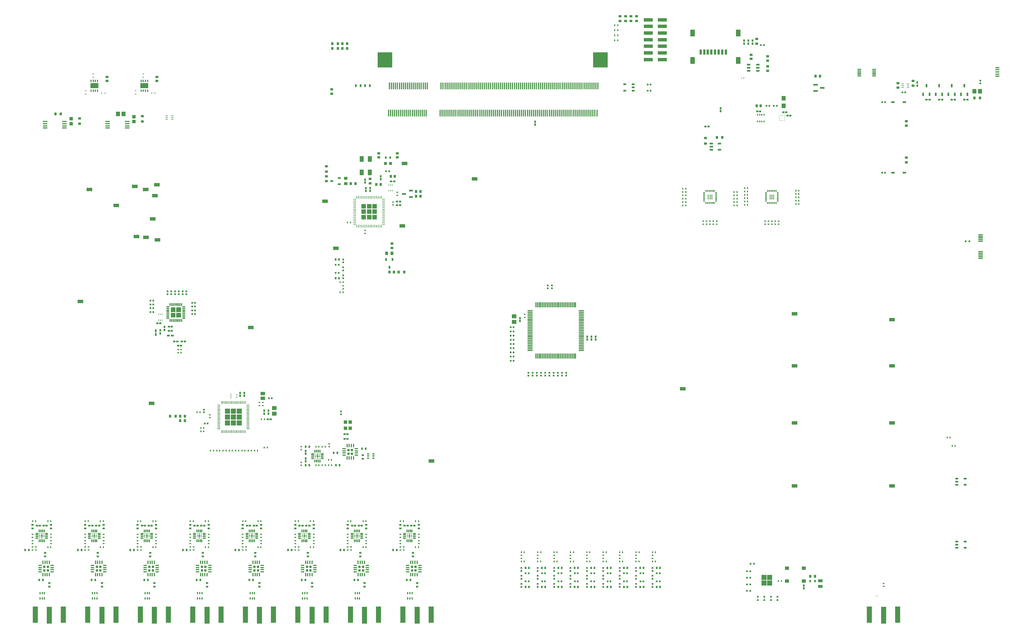
<source format=gbr>
%TF.GenerationSoftware,Altium Limited,Altium Designer,22.6.1 (34)*%
G04 Layer_Color=8421504*
%FSLAX26Y26*%
%MOIN*%
%TF.SameCoordinates,08F94D22-2ED8-4738-ABBF-34BB79D8E07D*%
%TF.FilePolarity,Positive*%
%TF.FileFunction,Paste,Top*%
%TF.Part,Single*%
G01*
G75*
%TA.AperFunction,SMDPad,CuDef*%
%ADD14R,0.012000X0.032000*%
%ADD15R,0.032000X0.012000*%
%ADD16R,0.020000X0.022000*%
%ADD17R,0.014000X0.079000*%
%ADD18R,0.070866X0.039370*%
%ADD19R,0.035433X0.027559*%
%ADD20R,0.017716X0.021654*%
%ADD21R,0.025984X0.024409*%
%ADD22R,0.009842X0.010827*%
%ADD23R,0.010827X0.009842*%
%ADD24R,0.045276X0.057087*%
%ADD25R,0.013780X0.019685*%
%ADD26R,0.023228X0.024409*%
%ADD27R,0.029528X0.035433*%
%ADD28R,0.019685X0.019685*%
%ADD29R,0.021654X0.017716*%
%ADD30R,0.022835X0.025984*%
%ADD31R,0.047244X0.039370*%
%ADD32R,0.022000X0.020000*%
%ADD36R,0.024409X0.025984*%
%ADD37R,0.027559X0.035433*%
%ADD38R,0.023622X0.031496*%
%ADD39R,0.054724X0.035827*%
%ADD40R,0.020472X0.020472*%
%ADD41R,0.055118X0.045276*%
%ADD42R,0.018601X0.010727*%
%ADD43R,0.052000X0.023000*%
%ADD44R,0.049213X0.068898*%
%ADD45R,0.037402X0.031496*%
%ADD46O,0.053150X0.011811*%
%ADD48R,0.020472X0.028346*%
%ADD49R,0.011811X0.027559*%
G04:AMPARAMS|DCode=50|XSize=21.654mil|YSize=31.496mil|CornerRadius=1.949mil|HoleSize=0mil|Usage=FLASHONLY|Rotation=90.000|XOffset=0mil|YOffset=0mil|HoleType=Round|Shape=RoundedRectangle|*
%AMROUNDEDRECTD50*
21,1,0.021654,0.027599,0,0,90.0*
21,1,0.017756,0.031496,0,0,90.0*
1,1,0.003898,0.013799,0.008878*
1,1,0.003898,0.013799,-0.008878*
1,1,0.003898,-0.013799,-0.008878*
1,1,0.003898,-0.013799,0.008878*
%
%ADD50ROUNDEDRECTD50*%
G04:AMPARAMS|DCode=51|XSize=7.874mil|YSize=17.716mil|CornerRadius=1.968mil|HoleSize=0mil|Usage=FLASHONLY|Rotation=0.000|XOffset=0mil|YOffset=0mil|HoleType=Round|Shape=RoundedRectangle|*
%AMROUNDEDRECTD51*
21,1,0.007874,0.013780,0,0,0.0*
21,1,0.003937,0.017716,0,0,0.0*
1,1,0.003937,0.001968,-0.006890*
1,1,0.003937,-0.001968,-0.006890*
1,1,0.003937,-0.001968,0.006890*
1,1,0.003937,0.001968,0.006890*
%
%ADD51ROUNDEDRECTD51*%
%ADD52R,0.023622X0.021654*%
%ADD54R,0.039559X0.015354*%
%ADD55R,0.015354X0.039559*%
%TA.AperFunction,ConnectorPad*%
%ADD56R,0.059055X0.204724*%
%ADD57R,0.062992X0.192913*%
%TA.AperFunction,SMDPad,CuDef*%
%ADD58R,0.028346X0.020472*%
%ADD60R,0.019685X0.013780*%
%ADD62O,0.035433X0.007874*%
%ADD63O,0.007874X0.035433*%
%ADD64R,0.059055X0.011811*%
%ADD65R,0.011811X0.059055*%
%ADD66R,0.021654X0.023622*%
%ADD67R,0.023622X0.041339*%
%ADD68R,0.035433X0.029528*%
%ADD70O,0.035433X0.009842*%
%ADD71O,0.009842X0.035433*%
%ADD72R,0.049213X0.023622*%
%ADD73R,0.026000X0.009000*%
%ADD74R,0.092520X0.062205*%
%ADD75R,0.013780X0.027559*%
%ADD76R,0.031496X0.037402*%
%ADD77R,0.010727X0.018601*%
%ADD78R,0.051181X0.017716*%
%ADD79R,0.055118X0.011811*%
%ADD80R,0.043307X0.023622*%
%ADD83R,0.024409X0.023228*%
%ADD84R,0.027559X0.011811*%
%ADD85R,0.043307X0.039370*%
%ADD86R,0.021654X0.037402*%
%ADD87R,0.038500X0.022000*%
%ADD88R,0.010630X0.009842*%
%ADD89R,0.177000X0.181000*%
%ADD90R,0.023622X0.023622*%
%ADD91R,0.023622X0.025591*%
%ADD92R,0.108268X0.039370*%
%ADD93R,0.031496X0.059055*%
%ADD94R,0.057087X0.078740*%
%ADD95R,0.009842X0.019685*%
%ADD96R,0.009842X0.005906*%
%ADD97R,0.039370X0.041339*%
%ADD98R,0.055118X0.017716*%
%ADD99R,0.045276X0.055118*%
%ADD100R,0.043748X0.023654*%
%ADD101R,0.053394X0.041521*%
G04:AMPARAMS|DCode=102|XSize=7.874mil|YSize=17.716mil|CornerRadius=1.968mil|HoleSize=0mil|Usage=FLASHONLY|Rotation=90.000|XOffset=0mil|YOffset=0mil|HoleType=Round|Shape=RoundedRectangle|*
%AMROUNDEDRECTD102*
21,1,0.007874,0.013780,0,0,90.0*
21,1,0.003937,0.017716,0,0,90.0*
1,1,0.003937,0.006890,0.001968*
1,1,0.003937,0.006890,-0.001968*
1,1,0.003937,-0.006890,-0.001968*
1,1,0.003937,-0.006890,0.001968*
%
%ADD102ROUNDEDRECTD102*%
%ADD103R,0.029528X0.037008*%
%ADD104R,0.039370X0.035433*%
%ADD105R,0.035433X0.039370*%
%ADD106R,0.037402X0.023622*%
%ADD107R,0.023622X0.037402*%
%ADD108R,0.033465X0.035433*%
%ADD109R,0.037402X0.021654*%
%ADD110R,0.021654X0.037402*%
%TA.AperFunction,NonConductor*%
%ADD338R,0.029528X0.029528*%
%ADD339R,0.017716X0.017716*%
%ADD340R,0.017716X0.017716*%
%ADD341R,0.058661X0.058661*%
%ADD342R,0.052362X0.052362*%
%TA.AperFunction,SMDPad,CuDef*%
%ADD343R,0.001000X0.001000*%
%TA.AperFunction,SMDPad,SMDef*%
%ADD344R,0.001000X0.001000*%
%ADD345R,0.001000X0.001000*%
G36*
X2540063Y3718937D02*
X2483937D01*
Y3775063D01*
X2540063D01*
Y3718937D01*
D02*
G37*
G36*
X2476063D02*
X2419937D01*
Y3775063D01*
X2476063D01*
Y3718937D01*
D02*
G37*
G36*
X2540063Y3654937D02*
X2483937D01*
Y3711063D01*
X2540063D01*
Y3654937D01*
D02*
G37*
G36*
X2476063D02*
X2419937D01*
Y3711063D01*
X2476063D01*
Y3654937D01*
D02*
G37*
G36*
X4194550Y2024437D02*
X4190005D01*
X4184437Y2030005D01*
Y2034550D01*
X4194550D01*
Y2024437D01*
D02*
G37*
G36*
X4176563Y2030005D02*
X4170995Y2024437D01*
X4159005D01*
X4153437Y2030005D01*
Y2034550D01*
X4176563D01*
Y2030005D01*
D02*
G37*
G36*
X4145563D02*
X4139995Y2024437D01*
X4135450D01*
Y2034550D01*
X4145563D01*
Y2030005D01*
D02*
G37*
G36*
X4194550Y1993437D02*
X4190005D01*
X4184437Y1999005D01*
Y2010995D01*
X4190005Y2016563D01*
X4194550D01*
Y1993437D01*
D02*
G37*
G36*
X4176563Y2010995D02*
Y1999005D01*
X4170995Y1993437D01*
X4159005D01*
X4153437Y1999005D01*
Y2010995D01*
X4159005Y2016563D01*
X4170995D01*
X4176563Y2010995D01*
D02*
G37*
G36*
X4145563D02*
Y1999005D01*
X4139995Y1993437D01*
X4135450D01*
Y2016563D01*
X4139995D01*
X4145563Y2010995D01*
D02*
G37*
G36*
X4194550Y1975450D02*
X4184437D01*
Y1979995D01*
X4190005Y1985563D01*
X4194550D01*
Y1975450D01*
D02*
G37*
G36*
X4176563Y1979995D02*
Y1975450D01*
X4153437D01*
Y1979995D01*
X4159005Y1985563D01*
X4170995D01*
X4176563Y1979995D01*
D02*
G37*
G36*
X4145563D02*
Y1975450D01*
X4135450D01*
Y1985563D01*
X4139995D01*
X4145563Y1979995D01*
D02*
G37*
G36*
X5289550Y1074437D02*
X5285005D01*
X5279437Y1080005D01*
Y1084550D01*
X5289550D01*
Y1074437D01*
D02*
G37*
G36*
X5271563Y1080005D02*
X5265995Y1074437D01*
X5254005D01*
X5248437Y1080005D01*
Y1084550D01*
X5271563D01*
Y1080005D01*
D02*
G37*
G36*
X5240563D02*
X5234995Y1074437D01*
X5230450D01*
Y1084550D01*
X5240563D01*
Y1080005D01*
D02*
G37*
G36*
X4664550Y1074437D02*
X4660005D01*
X4654437Y1080005D01*
Y1084550D01*
X4664550D01*
Y1074437D01*
D02*
G37*
G36*
X4646563Y1080005D02*
X4640995Y1074437D01*
X4629005D01*
X4623437Y1080005D01*
Y1084550D01*
X4646563D01*
Y1080005D01*
D02*
G37*
G36*
X4615563D02*
X4609995Y1074437D01*
X4605450D01*
Y1084550D01*
X4615563D01*
Y1080005D01*
D02*
G37*
G36*
X4039550Y1074437D02*
X4035005D01*
X4029437Y1080005D01*
Y1084550D01*
X4039550D01*
Y1074437D01*
D02*
G37*
G36*
X4021563Y1080005D02*
X4015995Y1074437D01*
X4004005D01*
X3998437Y1080005D01*
Y1084550D01*
X4021563D01*
Y1080005D01*
D02*
G37*
G36*
X3990563D02*
X3984995Y1074437D01*
X3980450D01*
Y1084550D01*
X3990563D01*
Y1080005D01*
D02*
G37*
G36*
X3414550Y1074437D02*
X3410005D01*
X3404437Y1080005D01*
Y1084550D01*
X3414550D01*
Y1074437D01*
D02*
G37*
G36*
X3396563Y1080005D02*
X3390995Y1074437D01*
X3379005D01*
X3373437Y1080005D01*
Y1084550D01*
X3396563D01*
Y1080005D01*
D02*
G37*
G36*
X3365563D02*
X3359995Y1074437D01*
X3355450D01*
Y1084550D01*
X3365563D01*
Y1080005D01*
D02*
G37*
G36*
X2789550Y1074437D02*
X2785005D01*
X2779437Y1080005D01*
Y1084550D01*
X2789550D01*
Y1074437D01*
D02*
G37*
G36*
X2771563Y1080005D02*
X2765995Y1074437D01*
X2754005D01*
X2748437Y1080005D01*
Y1084550D01*
X2771563D01*
Y1080005D01*
D02*
G37*
G36*
X2740563D02*
X2734995Y1074437D01*
X2730450D01*
Y1084550D01*
X2740563D01*
Y1080005D01*
D02*
G37*
G36*
X2164550Y1074437D02*
X2160005D01*
X2154437Y1080005D01*
Y1084550D01*
X2164550D01*
Y1074437D01*
D02*
G37*
G36*
X2146563Y1080005D02*
X2140995Y1074437D01*
X2129005D01*
X2123437Y1080005D01*
Y1084550D01*
X2146563D01*
Y1080005D01*
D02*
G37*
G36*
X2115563D02*
X2109995Y1074437D01*
X2105450D01*
Y1084550D01*
X2115563D01*
Y1080005D01*
D02*
G37*
G36*
X1539550Y1074437D02*
X1535005D01*
X1529437Y1080005D01*
Y1084550D01*
X1539550D01*
Y1074437D01*
D02*
G37*
G36*
X1521563Y1080005D02*
X1515995Y1074437D01*
X1504005D01*
X1498437Y1080005D01*
Y1084550D01*
X1521563D01*
Y1080005D01*
D02*
G37*
G36*
X1490563D02*
X1484995Y1074437D01*
X1480450D01*
Y1084550D01*
X1490563D01*
Y1080005D01*
D02*
G37*
G36*
X914550Y1074437D02*
X910005D01*
X904437Y1080005D01*
Y1084550D01*
X914550D01*
Y1074437D01*
D02*
G37*
G36*
X896563Y1080005D02*
X890995Y1074437D01*
X879005D01*
X873437Y1080005D01*
Y1084550D01*
X896563D01*
Y1080005D01*
D02*
G37*
G36*
X865563D02*
X859995Y1074437D01*
X855450D01*
Y1084550D01*
X865563D01*
Y1080005D01*
D02*
G37*
G36*
X5289550Y1043437D02*
X5285005D01*
X5279437Y1049005D01*
Y1060995D01*
X5285005Y1066563D01*
X5289550D01*
Y1043437D01*
D02*
G37*
G36*
X5271563Y1060995D02*
Y1049005D01*
X5265995Y1043437D01*
X5254005D01*
X5248437Y1049005D01*
Y1060995D01*
X5254005Y1066563D01*
X5265995D01*
X5271563Y1060995D01*
D02*
G37*
G36*
X5240563D02*
Y1049005D01*
X5234995Y1043437D01*
X5230450D01*
Y1066563D01*
X5234995D01*
X5240563Y1060995D01*
D02*
G37*
G36*
X4664550Y1043437D02*
X4660005D01*
X4654437Y1049005D01*
Y1060995D01*
X4660005Y1066563D01*
X4664550D01*
Y1043437D01*
D02*
G37*
G36*
X4646563Y1060995D02*
Y1049005D01*
X4640995Y1043437D01*
X4629005D01*
X4623437Y1049005D01*
Y1060995D01*
X4629005Y1066563D01*
X4640995D01*
X4646563Y1060995D01*
D02*
G37*
G36*
X4615563D02*
Y1049005D01*
X4609995Y1043437D01*
X4605450D01*
Y1066563D01*
X4609995D01*
X4615563Y1060995D01*
D02*
G37*
G36*
X4039550Y1043437D02*
X4035005D01*
X4029437Y1049005D01*
Y1060995D01*
X4035005Y1066563D01*
X4039550D01*
Y1043437D01*
D02*
G37*
G36*
X4021563Y1060995D02*
Y1049005D01*
X4015995Y1043437D01*
X4004005D01*
X3998437Y1049005D01*
Y1060995D01*
X4004005Y1066563D01*
X4015995D01*
X4021563Y1060995D01*
D02*
G37*
G36*
X3990563D02*
Y1049005D01*
X3984995Y1043437D01*
X3980450D01*
Y1066563D01*
X3984995D01*
X3990563Y1060995D01*
D02*
G37*
G36*
X3414550Y1043437D02*
X3410005D01*
X3404437Y1049005D01*
Y1060995D01*
X3410005Y1066563D01*
X3414550D01*
Y1043437D01*
D02*
G37*
G36*
X3396563Y1060995D02*
Y1049005D01*
X3390995Y1043437D01*
X3379005D01*
X3373437Y1049005D01*
Y1060995D01*
X3379005Y1066563D01*
X3390995D01*
X3396563Y1060995D01*
D02*
G37*
G36*
X3365563D02*
Y1049005D01*
X3359995Y1043437D01*
X3355450D01*
Y1066563D01*
X3359995D01*
X3365563Y1060995D01*
D02*
G37*
G36*
X2789550Y1043437D02*
X2785005D01*
X2779437Y1049005D01*
Y1060995D01*
X2785005Y1066563D01*
X2789550D01*
Y1043437D01*
D02*
G37*
G36*
X2771563Y1060995D02*
Y1049005D01*
X2765995Y1043437D01*
X2754005D01*
X2748437Y1049005D01*
Y1060995D01*
X2754005Y1066563D01*
X2765995D01*
X2771563Y1060995D01*
D02*
G37*
G36*
X2740563D02*
Y1049005D01*
X2734995Y1043437D01*
X2730450D01*
Y1066563D01*
X2734995D01*
X2740563Y1060995D01*
D02*
G37*
G36*
X2164550Y1043437D02*
X2160005D01*
X2154437Y1049005D01*
Y1060995D01*
X2160005Y1066563D01*
X2164550D01*
Y1043437D01*
D02*
G37*
G36*
X2146563Y1060995D02*
Y1049005D01*
X2140995Y1043437D01*
X2129005D01*
X2123437Y1049005D01*
Y1060995D01*
X2129005Y1066563D01*
X2140995D01*
X2146563Y1060995D01*
D02*
G37*
G36*
X2115563D02*
Y1049005D01*
X2109995Y1043437D01*
X2105450D01*
Y1066563D01*
X2109995D01*
X2115563Y1060995D01*
D02*
G37*
G36*
X1539550Y1043437D02*
X1535005D01*
X1529437Y1049005D01*
Y1060995D01*
X1535005Y1066563D01*
X1539550D01*
Y1043437D01*
D02*
G37*
G36*
X1521563Y1060995D02*
Y1049005D01*
X1515995Y1043437D01*
X1504005D01*
X1498437Y1049005D01*
Y1060995D01*
X1504005Y1066563D01*
X1515995D01*
X1521563Y1060995D01*
D02*
G37*
G36*
X1490563D02*
Y1049005D01*
X1484995Y1043437D01*
X1480450D01*
Y1066563D01*
X1484995D01*
X1490563Y1060995D01*
D02*
G37*
G36*
X914550Y1043437D02*
X910005D01*
X904437Y1049005D01*
Y1060995D01*
X910005Y1066563D01*
X914550D01*
Y1043437D01*
D02*
G37*
G36*
X896563Y1060995D02*
Y1049005D01*
X890995Y1043437D01*
X879005D01*
X873437Y1049005D01*
Y1060995D01*
X879005Y1066563D01*
X890995D01*
X896563Y1060995D01*
D02*
G37*
G36*
X865563D02*
Y1049005D01*
X859995Y1043437D01*
X855450D01*
Y1066563D01*
X859995D01*
X865563Y1060995D01*
D02*
G37*
G36*
X5289550Y1025450D02*
X5279437D01*
Y1029995D01*
X5285005Y1035563D01*
X5289550D01*
Y1025450D01*
D02*
G37*
G36*
X5271563Y1029995D02*
Y1025450D01*
X5248437D01*
Y1029995D01*
X5254005Y1035563D01*
X5265995D01*
X5271563Y1029995D01*
D02*
G37*
G36*
X5240563D02*
Y1025450D01*
X5230450D01*
Y1035563D01*
X5234995D01*
X5240563Y1029995D01*
D02*
G37*
G36*
X4664550Y1025450D02*
X4654437D01*
Y1029995D01*
X4660005Y1035563D01*
X4664550D01*
Y1025450D01*
D02*
G37*
G36*
X4646563Y1029995D02*
Y1025450D01*
X4623437D01*
Y1029995D01*
X4629005Y1035563D01*
X4640995D01*
X4646563Y1029995D01*
D02*
G37*
G36*
X4615563D02*
Y1025450D01*
X4605450D01*
Y1035563D01*
X4609995D01*
X4615563Y1029995D01*
D02*
G37*
G36*
X4039550Y1025450D02*
X4029437D01*
Y1029995D01*
X4035005Y1035563D01*
X4039550D01*
Y1025450D01*
D02*
G37*
G36*
X4021563Y1029995D02*
Y1025450D01*
X3998437D01*
Y1029995D01*
X4004005Y1035563D01*
X4015995D01*
X4021563Y1029995D01*
D02*
G37*
G36*
X3990563D02*
Y1025450D01*
X3980450D01*
Y1035563D01*
X3984995D01*
X3990563Y1029995D01*
D02*
G37*
G36*
X3414550Y1025450D02*
X3404437D01*
Y1029995D01*
X3410005Y1035563D01*
X3414550D01*
Y1025450D01*
D02*
G37*
G36*
X3396563Y1029995D02*
Y1025450D01*
X3373437D01*
Y1029995D01*
X3379005Y1035563D01*
X3390995D01*
X3396563Y1029995D01*
D02*
G37*
G36*
X3365563D02*
Y1025450D01*
X3355450D01*
Y1035563D01*
X3359995D01*
X3365563Y1029995D01*
D02*
G37*
G36*
X2789550Y1025450D02*
X2779437D01*
Y1029995D01*
X2785005Y1035563D01*
X2789550D01*
Y1025450D01*
D02*
G37*
G36*
X2771563Y1029995D02*
Y1025450D01*
X2748437D01*
Y1029995D01*
X2754005Y1035563D01*
X2765995D01*
X2771563Y1029995D01*
D02*
G37*
G36*
X2740563D02*
Y1025450D01*
X2730450D01*
Y1035563D01*
X2734995D01*
X2740563Y1029995D01*
D02*
G37*
G36*
X2164550Y1025450D02*
X2154437D01*
Y1029995D01*
X2160005Y1035563D01*
X2164550D01*
Y1025450D01*
D02*
G37*
G36*
X2146563Y1029995D02*
Y1025450D01*
X2123437D01*
Y1029995D01*
X2129005Y1035563D01*
X2140995D01*
X2146563Y1029995D01*
D02*
G37*
G36*
X2115563D02*
Y1025450D01*
X2105450D01*
Y1035563D01*
X2109995D01*
X2115563Y1029995D01*
D02*
G37*
G36*
X1539550Y1025450D02*
X1529437D01*
Y1029995D01*
X1535005Y1035563D01*
X1539550D01*
Y1025450D01*
D02*
G37*
G36*
X1521563Y1029995D02*
Y1025450D01*
X1498437D01*
Y1029995D01*
X1504005Y1035563D01*
X1515995D01*
X1521563Y1029995D01*
D02*
G37*
G36*
X1490563D02*
Y1025450D01*
X1480450D01*
Y1035563D01*
X1484995D01*
X1490563Y1029995D01*
D02*
G37*
G36*
X914550Y1025450D02*
X904437D01*
Y1029995D01*
X910005Y1035563D01*
X914550D01*
Y1025450D01*
D02*
G37*
G36*
X896563Y1029995D02*
Y1025450D01*
X873437D01*
Y1029995D01*
X879005Y1035563D01*
X890995D01*
X896563Y1029995D01*
D02*
G37*
G36*
X865563D02*
Y1025450D01*
X855450D01*
Y1035563D01*
X859995D01*
X865563Y1029995D01*
D02*
G37*
G36*
X9573638Y530354D02*
X9515512D01*
Y588480D01*
X9573638D01*
Y530354D01*
D02*
G37*
G36*
X9507638D02*
X9449512D01*
Y588480D01*
X9507638D01*
Y530354D01*
D02*
G37*
G36*
X9573638Y464354D02*
X9515512D01*
Y522480D01*
X9573638D01*
Y464354D01*
D02*
G37*
G36*
X9507638D02*
X9449512D01*
Y522480D01*
X9507638D01*
Y464354D01*
D02*
G37*
D14*
X2548898Y3620500D02*
D03*
X2529213D02*
D03*
X2509528D02*
D03*
X2489843D02*
D03*
X2470157D02*
D03*
X2450472D02*
D03*
X2430787D02*
D03*
X2411102D02*
D03*
Y3809500D02*
D03*
X2430787D02*
D03*
X2450472D02*
D03*
X2470157D02*
D03*
X2489843D02*
D03*
X2509528D02*
D03*
X2529213D02*
D03*
X2548898D02*
D03*
X4664528Y997000D02*
D03*
X4644842D02*
D03*
X4625158D02*
D03*
X4605472D02*
D03*
Y1113000D02*
D03*
X4625158D02*
D03*
X4644842D02*
D03*
X4664528D02*
D03*
X5289528Y997000D02*
D03*
X5269842D02*
D03*
X5250158D02*
D03*
X5230472D02*
D03*
Y1113000D02*
D03*
X5250158D02*
D03*
X5269842D02*
D03*
X5289528D02*
D03*
X3414528Y997000D02*
D03*
X3394843D02*
D03*
X3375157D02*
D03*
X3355472D02*
D03*
Y1113000D02*
D03*
X3375157D02*
D03*
X3394843D02*
D03*
X3414528D02*
D03*
X914528Y997000D02*
D03*
X894842D02*
D03*
X875158D02*
D03*
X855472D02*
D03*
Y1113000D02*
D03*
X875158D02*
D03*
X894842D02*
D03*
X914528D02*
D03*
X4194528Y1947000D02*
D03*
X4174842D02*
D03*
X4155158D02*
D03*
X4135472D02*
D03*
Y2063000D02*
D03*
X4155158D02*
D03*
X4174842D02*
D03*
X4194528D02*
D03*
X4039528Y1113000D02*
D03*
X4019843D02*
D03*
X4000157D02*
D03*
X3980472D02*
D03*
Y997000D02*
D03*
X4000157D02*
D03*
X4019843D02*
D03*
X4039528D02*
D03*
X2789528Y1113000D02*
D03*
X2769843D02*
D03*
X2750157D02*
D03*
X2730472D02*
D03*
Y997000D02*
D03*
X2750157D02*
D03*
X2769843D02*
D03*
X2789528D02*
D03*
X2164528Y1113000D02*
D03*
X2144843D02*
D03*
X2125157D02*
D03*
X2105472D02*
D03*
Y997000D02*
D03*
X2125157D02*
D03*
X2144843D02*
D03*
X2164528D02*
D03*
X1539528Y1113000D02*
D03*
X1519842D02*
D03*
X1500158D02*
D03*
X1480472D02*
D03*
Y997000D02*
D03*
X1500158D02*
D03*
X1519842D02*
D03*
X1539528D02*
D03*
D15*
X2385500Y3646102D02*
D03*
Y3665787D02*
D03*
Y3685472D02*
D03*
Y3705157D02*
D03*
Y3724843D02*
D03*
Y3744528D02*
D03*
Y3764213D02*
D03*
Y3783898D02*
D03*
X2574500D02*
D03*
Y3764213D02*
D03*
Y3744528D02*
D03*
Y3724843D02*
D03*
Y3705157D02*
D03*
Y3685472D02*
D03*
Y3665787D02*
D03*
Y3646102D02*
D03*
X4577000Y1025472D02*
D03*
Y1045158D02*
D03*
Y1064842D02*
D03*
Y1084528D02*
D03*
X4693000D02*
D03*
Y1064842D02*
D03*
Y1045158D02*
D03*
Y1025472D02*
D03*
X5202000D02*
D03*
Y1045158D02*
D03*
Y1064842D02*
D03*
Y1084528D02*
D03*
X5318000D02*
D03*
Y1064842D02*
D03*
Y1045158D02*
D03*
Y1025472D02*
D03*
X3327000D02*
D03*
Y1045158D02*
D03*
Y1064842D02*
D03*
Y1084528D02*
D03*
X3443000D02*
D03*
Y1064842D02*
D03*
Y1045158D02*
D03*
Y1025472D02*
D03*
X827000D02*
D03*
Y1045158D02*
D03*
Y1064842D02*
D03*
Y1084528D02*
D03*
X943000D02*
D03*
Y1064842D02*
D03*
Y1045158D02*
D03*
Y1025472D02*
D03*
X4223000Y2034528D02*
D03*
Y2014842D02*
D03*
Y1995158D02*
D03*
Y1975472D02*
D03*
X4107000D02*
D03*
Y1995158D02*
D03*
Y2014842D02*
D03*
Y2034528D02*
D03*
X4068000Y1025472D02*
D03*
Y1045158D02*
D03*
Y1064842D02*
D03*
Y1084528D02*
D03*
X3952000D02*
D03*
Y1064842D02*
D03*
Y1045158D02*
D03*
Y1025472D02*
D03*
X2818000D02*
D03*
Y1045158D02*
D03*
Y1064842D02*
D03*
Y1084528D02*
D03*
X2702000D02*
D03*
Y1064842D02*
D03*
Y1045158D02*
D03*
Y1025472D02*
D03*
X2193000D02*
D03*
Y1045158D02*
D03*
Y1064842D02*
D03*
Y1084528D02*
D03*
X2077000D02*
D03*
Y1064842D02*
D03*
Y1045158D02*
D03*
Y1025472D02*
D03*
X1568000D02*
D03*
Y1045158D02*
D03*
Y1064842D02*
D03*
Y1084528D02*
D03*
X1452000D02*
D03*
Y1064842D02*
D03*
Y1045158D02*
D03*
Y1025472D02*
D03*
D16*
X9317402Y724016D02*
D03*
X9357402D02*
D03*
X9314961Y398858D02*
D03*
X9274961D02*
D03*
Y555814D02*
D03*
X9314961D02*
D03*
Y634291D02*
D03*
X9274961D02*
D03*
Y477336D02*
D03*
X9314961D02*
D03*
D17*
X6190853Y6088500D02*
D03*
X5009843D02*
D03*
X5021654Y6411500D02*
D03*
X5033463Y6088500D02*
D03*
X5045274Y6411500D02*
D03*
X5057083Y6088500D02*
D03*
X5068894Y6411500D02*
D03*
X5080703Y6088500D02*
D03*
X5092514Y6411500D02*
D03*
X5104323Y6088500D02*
D03*
X5116134Y6411500D02*
D03*
X5127943Y6088500D02*
D03*
X5139754Y6411500D02*
D03*
X5151563Y6088500D02*
D03*
X5163374Y6411500D02*
D03*
X5175183Y6088500D02*
D03*
X5186994Y6411500D02*
D03*
X5198803Y6088500D02*
D03*
X5210614Y6411500D02*
D03*
X5222423Y6088500D02*
D03*
X5234234Y6411500D02*
D03*
X5246043Y6088500D02*
D03*
X5257854Y6411500D02*
D03*
X5269663Y6088500D02*
D03*
X5281474Y6411500D02*
D03*
X5293283Y6088500D02*
D03*
X5305094Y6411500D02*
D03*
X5316903Y6088500D02*
D03*
X5328714Y6411500D02*
D03*
X5340523Y6088500D02*
D03*
X5352334Y6411500D02*
D03*
X5364143Y6088500D02*
D03*
X5375954Y6411500D02*
D03*
X5387763Y6088500D02*
D03*
X5399574Y6411500D02*
D03*
X5411383Y6088500D02*
D03*
X5423194Y6411500D02*
D03*
X5435003Y6088500D02*
D03*
X5446814Y6411500D02*
D03*
X5458623Y6088500D02*
D03*
X5470434Y6411500D02*
D03*
X5623973Y6088500D02*
D03*
X5635784Y6411500D02*
D03*
X5647593Y6088500D02*
D03*
X5659404Y6411500D02*
D03*
X5671213Y6088500D02*
D03*
X5683024Y6411500D02*
D03*
X5694833Y6088500D02*
D03*
X5706644Y6411500D02*
D03*
X5718453Y6088500D02*
D03*
X5730264Y6411500D02*
D03*
X5742073Y6088500D02*
D03*
X5753884Y6411500D02*
D03*
X5765693Y6088500D02*
D03*
X5777504Y6411500D02*
D03*
X5789313Y6088500D02*
D03*
X5801124Y6411500D02*
D03*
X5812933Y6088500D02*
D03*
X5824744Y6411500D02*
D03*
X5836553Y6088500D02*
D03*
X5848364Y6411500D02*
D03*
X5860173Y6088500D02*
D03*
X5871984Y6411500D02*
D03*
X5883793Y6088500D02*
D03*
X5895604Y6411500D02*
D03*
X5907413Y6088500D02*
D03*
X5919224Y6411500D02*
D03*
X5931033Y6088500D02*
D03*
X5942844Y6411500D02*
D03*
X5954653Y6088500D02*
D03*
X5966464Y6411500D02*
D03*
X5978273Y6088500D02*
D03*
X5990084Y6411500D02*
D03*
X6001893Y6088500D02*
D03*
X6013704Y6411500D02*
D03*
X6025513Y6088500D02*
D03*
X6037324Y6411500D02*
D03*
X6049133Y6088500D02*
D03*
X6060944Y6411500D02*
D03*
X6072753Y6088500D02*
D03*
X6084564Y6411500D02*
D03*
X6096373Y6088500D02*
D03*
X6108184Y6411500D02*
D03*
X6119993Y6088500D02*
D03*
X6131804Y6411500D02*
D03*
X6143613Y6088500D02*
D03*
X6155424Y6411500D02*
D03*
X6167233Y6088500D02*
D03*
X6179044Y6411500D02*
D03*
X6202664D02*
D03*
X6214473Y6088500D02*
D03*
X6226284Y6411500D02*
D03*
X6238093Y6088500D02*
D03*
X6249904Y6411500D02*
D03*
X6261713Y6088500D02*
D03*
X6273524Y6411500D02*
D03*
X6285333Y6088500D02*
D03*
X6297144Y6411500D02*
D03*
X6308953Y6088500D02*
D03*
X6320764Y6411500D02*
D03*
X6332573Y6088500D02*
D03*
X6344384Y6411500D02*
D03*
X6356193Y6088500D02*
D03*
X6368004Y6411500D02*
D03*
X6379813Y6088500D02*
D03*
X6391624Y6411500D02*
D03*
X6403433Y6088500D02*
D03*
X6415244Y6411500D02*
D03*
X6427053Y6088500D02*
D03*
X6438864Y6411500D02*
D03*
X6450673Y6088500D02*
D03*
X6462484Y6411500D02*
D03*
X6474293Y6088500D02*
D03*
X6486104Y6411500D02*
D03*
X6497913Y6088500D02*
D03*
X6509724Y6411500D02*
D03*
X6521533Y6088500D02*
D03*
X6533344Y6411500D02*
D03*
X6545153Y6088500D02*
D03*
X6556964Y6411500D02*
D03*
X6568773Y6088500D02*
D03*
X6580584Y6411500D02*
D03*
X6592393Y6088500D02*
D03*
X6604204Y6411500D02*
D03*
X6616013Y6088500D02*
D03*
X6627824Y6411500D02*
D03*
X6639633Y6088500D02*
D03*
X6651444Y6411500D02*
D03*
X6663253Y6088500D02*
D03*
X6675064Y6411500D02*
D03*
X6686873Y6088500D02*
D03*
X6698684Y6411500D02*
D03*
X6710493Y6088500D02*
D03*
X6722304Y6411500D02*
D03*
X6734113Y6088500D02*
D03*
X6745924Y6411500D02*
D03*
X6757733Y6088500D02*
D03*
X6769544Y6411500D02*
D03*
X6781353Y6088500D02*
D03*
X6793164Y6411500D02*
D03*
X6804973Y6088500D02*
D03*
X6816784Y6411500D02*
D03*
X6828593Y6088500D02*
D03*
X6840404Y6411500D02*
D03*
X6852213Y6088500D02*
D03*
X6864024Y6411500D02*
D03*
X6875833Y6088500D02*
D03*
X6887644Y6411500D02*
D03*
X6899453Y6088500D02*
D03*
X6911264Y6411500D02*
D03*
X6923073Y6088500D02*
D03*
X6934884Y6411500D02*
D03*
X6946693Y6088500D02*
D03*
X6958504Y6411500D02*
D03*
X6970313Y6088500D02*
D03*
X6982124Y6411500D02*
D03*
X6993933Y6088500D02*
D03*
X7005744Y6411500D02*
D03*
X7017553Y6088500D02*
D03*
X7029364Y6411500D02*
D03*
X7041173Y6088500D02*
D03*
X7052984Y6411500D02*
D03*
X7064793Y6088500D02*
D03*
X7076604Y6411500D02*
D03*
X7088413Y6088500D02*
D03*
X7100224Y6411500D02*
D03*
X7112033Y6088500D02*
D03*
X7123844Y6411500D02*
D03*
X7135653Y6088500D02*
D03*
X7147464Y6411500D02*
D03*
X7159273Y6088500D02*
D03*
X7171084Y6411500D02*
D03*
X7182893Y6088500D02*
D03*
X7194704Y6411500D02*
D03*
X7206513Y6088500D02*
D03*
X7218324Y6411500D02*
D03*
X7230133Y6088500D02*
D03*
X7241944Y6411500D02*
D03*
X7253753Y6088500D02*
D03*
X7265564Y6411500D02*
D03*
X7277373Y6088500D02*
D03*
X7289184Y6411500D02*
D03*
X7300993Y6088500D02*
D03*
X7312804Y6411500D02*
D03*
X7324613Y6088500D02*
D03*
X7336424Y6411500D02*
D03*
X7348233Y6088500D02*
D03*
X7360044Y6411500D02*
D03*
X7371853Y6088500D02*
D03*
X7383664Y6411500D02*
D03*
X7395473Y6088500D02*
D03*
X7407284Y6411500D02*
D03*
X7419093Y6088500D02*
D03*
X7430904Y6411500D02*
D03*
X7442713Y6088500D02*
D03*
X7454524Y6411500D02*
D03*
X7466333Y6088500D02*
D03*
X7478144Y6411500D02*
D03*
X7489953Y6088500D02*
D03*
X7501764Y6411500D02*
D03*
D18*
X5522047Y1947480D02*
D03*
X1991811Y5215000D02*
D03*
X11000000Y1650000D02*
D03*
X2230000Y5105000D02*
D03*
X2260000Y4580000D02*
D03*
X2255000Y5235000D02*
D03*
X1450000Y5180000D02*
D03*
X1770000Y4990000D02*
D03*
X2120000Y5180000D02*
D03*
X2205000Y4830945D02*
D03*
X2125000Y4610000D02*
D03*
X2010000Y4620000D02*
D03*
X5200000Y5490000D02*
D03*
X8510000Y2805000D02*
D03*
X6033858Y5306870D02*
D03*
X9840000Y3700000D02*
D03*
Y3080709D02*
D03*
X11000000D02*
D03*
X2189724Y2633858D02*
D03*
X4385000Y4480000D02*
D03*
X5175000Y4745000D02*
D03*
X4255000Y5040000D02*
D03*
X11000000Y3630000D02*
D03*
X3370000Y3535000D02*
D03*
X1345000Y3845000D02*
D03*
X9840000Y2400000D02*
D03*
X11000000D02*
D03*
X9840000Y1650000D02*
D03*
D19*
X4335000Y6319173D02*
D03*
Y6374291D02*
D03*
X11170000Y5559559D02*
D03*
Y5504441D02*
D03*
X9520000Y6592441D02*
D03*
Y6647559D02*
D03*
Y6712441D02*
D03*
Y6767559D02*
D03*
X7830000Y7187441D02*
D03*
Y7242559D02*
D03*
X7960000Y7187441D02*
D03*
Y7242559D02*
D03*
X7765000Y7187441D02*
D03*
Y7242559D02*
D03*
X7895000Y7187441D02*
D03*
Y7242559D02*
D03*
X9390000Y6917441D02*
D03*
Y6972559D02*
D03*
X11170000Y5994559D02*
D03*
Y5939441D02*
D03*
X11070000Y6392441D02*
D03*
Y6447559D02*
D03*
X11250000Y6472559D02*
D03*
Y6417441D02*
D03*
X5051496Y4482441D02*
D03*
Y4537559D02*
D03*
X4270000Y5280000D02*
D03*
Y5335118D02*
D03*
D20*
X9247283Y5195000D02*
D03*
X9282717D02*
D03*
X9247283Y4995000D02*
D03*
X9282717D02*
D03*
X8185432Y860473D02*
D03*
X8149999D02*
D03*
X8185432Y750473D02*
D03*
X8149999D02*
D03*
X7210433Y860473D02*
D03*
X7175000D02*
D03*
X7210433Y750473D02*
D03*
X7175000D02*
D03*
X7600433D02*
D03*
X7565000D02*
D03*
X7600433Y860473D02*
D03*
X7565000D02*
D03*
X7405433Y750473D02*
D03*
X7370000D02*
D03*
X7405433Y860473D02*
D03*
X7370000D02*
D03*
X6625433D02*
D03*
X6590000D02*
D03*
X6625433Y750473D02*
D03*
X6590000D02*
D03*
X6820433Y860473D02*
D03*
X6785000D02*
D03*
X6820433Y750473D02*
D03*
X6785000D02*
D03*
X7015433Y860473D02*
D03*
X6980000D02*
D03*
X7015433Y750473D02*
D03*
X6980000D02*
D03*
X7990433Y860473D02*
D03*
X7955000D02*
D03*
X7990433Y750473D02*
D03*
X7955000D02*
D03*
X7795432Y860473D02*
D03*
X7759999D02*
D03*
X7795432Y750473D02*
D03*
X7759999D02*
D03*
X9684291Y516575D02*
D03*
X9648858D02*
D03*
X3533465Y2442913D02*
D03*
X3498032D02*
D03*
X7702283Y7015000D02*
D03*
X7737717D02*
D03*
X11752717Y2125000D02*
D03*
X11717283D02*
D03*
X11657283Y2225000D02*
D03*
X11692717D02*
D03*
X957284Y920000D02*
D03*
X992717D02*
D03*
X4707283Y1230000D02*
D03*
X4742717D02*
D03*
X4742717Y920000D02*
D03*
X4707283D02*
D03*
X4562717Y1230000D02*
D03*
X4527283D02*
D03*
X5367717Y920000D02*
D03*
X5332283D02*
D03*
X5187717Y1230000D02*
D03*
X5152283D02*
D03*
X5332283D02*
D03*
X5367717D02*
D03*
X9857283Y5125000D02*
D03*
X9892717D02*
D03*
X9857283Y5165000D02*
D03*
X9892717D02*
D03*
X9857283Y5005000D02*
D03*
X9892717D02*
D03*
X9857283Y5045000D02*
D03*
X9892717D02*
D03*
X9857283Y5085000D02*
D03*
X9892717D02*
D03*
X9282717Y5035000D02*
D03*
X9247283D02*
D03*
X9282717Y5075000D02*
D03*
X9247283D02*
D03*
X9282717Y5115000D02*
D03*
X9247283D02*
D03*
X9282717Y5155000D02*
D03*
X9247283D02*
D03*
X9122283Y4990000D02*
D03*
X9157717D02*
D03*
X9122283Y5030000D02*
D03*
X9157717D02*
D03*
X9122283Y5070000D02*
D03*
X9157717D02*
D03*
X9122283Y5110000D02*
D03*
X9157717D02*
D03*
X9122283Y5150000D02*
D03*
X9157717D02*
D03*
X8547717Y4990000D02*
D03*
X8512283D02*
D03*
X8547717Y5030000D02*
D03*
X8512283D02*
D03*
X8547717Y5070000D02*
D03*
X8512283D02*
D03*
X8547717Y5110000D02*
D03*
X8512283D02*
D03*
X8547717Y5150000D02*
D03*
X8512283D02*
D03*
X8547717Y5190000D02*
D03*
X8512283D02*
D03*
X1582283Y1230000D02*
D03*
X1617716D02*
D03*
X812717D02*
D03*
X777284D02*
D03*
X957283D02*
D03*
X992716D02*
D03*
X3567224Y2105000D02*
D03*
X3531791D02*
D03*
X4469717Y3955000D02*
D03*
X4434283D02*
D03*
X4469717Y4075000D02*
D03*
X4434283D02*
D03*
X4147283Y1895000D02*
D03*
X4182717D02*
D03*
X4147283Y2115000D02*
D03*
X4182717D02*
D03*
X4222283D02*
D03*
X4257717D02*
D03*
X4222283Y1895000D02*
D03*
X4257717D02*
D03*
X4332717D02*
D03*
X4297283D02*
D03*
X4332717Y1960000D02*
D03*
X4297283D02*
D03*
X3902284Y1230000D02*
D03*
X3937717D02*
D03*
X4117717D02*
D03*
X4082283D02*
D03*
X4082284Y920000D02*
D03*
X4117717D02*
D03*
X3277284Y1230000D02*
D03*
X3312717D02*
D03*
X3492716D02*
D03*
X3457283D02*
D03*
X3457284Y920000D02*
D03*
X3492717D02*
D03*
X2652284Y1230000D02*
D03*
X2687717D02*
D03*
X2867716D02*
D03*
X2832283D02*
D03*
X2832284Y920000D02*
D03*
X2867717D02*
D03*
X2027284Y1230000D02*
D03*
X2062717D02*
D03*
X2242716D02*
D03*
X2207283D02*
D03*
X2207284Y920000D02*
D03*
X2242717D02*
D03*
X1402284Y1230000D02*
D03*
X1437717D02*
D03*
X1582284Y920000D02*
D03*
X1617717D02*
D03*
X7702283Y7135000D02*
D03*
X7737717D02*
D03*
X7702283Y6955000D02*
D03*
X7737717D02*
D03*
X7702283Y7075000D02*
D03*
X7737717D02*
D03*
X2732284Y2525000D02*
D03*
X2767717D02*
D03*
X2777284Y2340000D02*
D03*
X2812717D02*
D03*
X2777284Y2300000D02*
D03*
X2812717D02*
D03*
X3417284Y2070000D02*
D03*
X3452717D02*
D03*
X3342284D02*
D03*
X3377717D02*
D03*
X3267284D02*
D03*
X3302717D02*
D03*
X3192284D02*
D03*
X3227717D02*
D03*
X3117284D02*
D03*
X3152717D02*
D03*
X3042284D02*
D03*
X3077717D02*
D03*
X2967284D02*
D03*
X3002717D02*
D03*
X2892284D02*
D03*
X2927717D02*
D03*
X4522283Y4787047D02*
D03*
X4557717D02*
D03*
D21*
X9757480Y6060236D02*
D03*
X9792126D02*
D03*
X9707480Y6100709D02*
D03*
X9742126D02*
D03*
X9397480Y6110709D02*
D03*
X9432126D02*
D03*
X3573425Y2442913D02*
D03*
X3608071D02*
D03*
X2260236Y3584646D02*
D03*
X2294882D02*
D03*
X4657677Y1175000D02*
D03*
X4692323D02*
D03*
X4612323D02*
D03*
X4577677D02*
D03*
X5237323D02*
D03*
X5202677D02*
D03*
X5282677D02*
D03*
X5317323D02*
D03*
X862323D02*
D03*
X827677D02*
D03*
X907677D02*
D03*
X942323D02*
D03*
X11747323Y6250000D02*
D03*
X11712677D02*
D03*
X11897323D02*
D03*
X11862677D02*
D03*
X11597323D02*
D03*
X11562677D02*
D03*
X11447323D02*
D03*
X11412677D02*
D03*
X4487677Y2265000D02*
D03*
X4522323D02*
D03*
X4487677Y2210000D02*
D03*
X4522323D02*
D03*
X3952677Y1175000D02*
D03*
X3987323D02*
D03*
X4067323D02*
D03*
X4032677D02*
D03*
X3327677D02*
D03*
X3362323D02*
D03*
X3442323D02*
D03*
X3407677D02*
D03*
X2702677D02*
D03*
X2737323D02*
D03*
X2817323D02*
D03*
X2782677D02*
D03*
X2077677D02*
D03*
X2112323D02*
D03*
X2192323D02*
D03*
X2157677D02*
D03*
X1452677D02*
D03*
X1487323D02*
D03*
X1567323D02*
D03*
X1532677D02*
D03*
X8817323Y5930000D02*
D03*
X8782677D02*
D03*
X5077323Y5275000D02*
D03*
X5042677D02*
D03*
X5147323Y5035468D02*
D03*
X5112677D02*
D03*
X5147323Y4991378D02*
D03*
X5112677D02*
D03*
X2497323Y3370000D02*
D03*
X2462677D02*
D03*
X2552677D02*
D03*
X2587323D02*
D03*
X2507677Y3320000D02*
D03*
X2542323D02*
D03*
X2397677Y3545000D02*
D03*
X2432323D02*
D03*
X2397677Y3495000D02*
D03*
X2432323D02*
D03*
D22*
X9699650Y6000689D02*
D03*
X9679965D02*
D03*
Y6060728D02*
D03*
X9699650D02*
D03*
D23*
X9659783Y6001181D02*
D03*
Y6020866D02*
D03*
Y6040551D02*
D03*
Y6060236D02*
D03*
X9719823D02*
D03*
Y6040551D02*
D03*
Y6020866D02*
D03*
Y6001181D02*
D03*
D24*
X9709803Y6175433D02*
D03*
Y6265984D02*
D03*
D25*
X9478189Y6070709D02*
D03*
X9452598D02*
D03*
X9427008D02*
D03*
X9401417D02*
D03*
Y5990709D02*
D03*
X9427008D02*
D03*
X9452598D02*
D03*
X9478189D02*
D03*
X9522602Y5161819D02*
D03*
X9542288D02*
D03*
X9561972D02*
D03*
X9581658D02*
D03*
X9601343D02*
D03*
X9621028D02*
D03*
Y5020087D02*
D03*
X9601343D02*
D03*
X9581658D02*
D03*
X9561972D02*
D03*
X9542288D02*
D03*
X9522602D02*
D03*
X8787602Y5161819D02*
D03*
X8807288D02*
D03*
X8826972D02*
D03*
X8846658D02*
D03*
X8866343D02*
D03*
X8886028D02*
D03*
Y5020087D02*
D03*
X8866343D02*
D03*
X8846658D02*
D03*
X8826972D02*
D03*
X8807288D02*
D03*
X8787602D02*
D03*
D26*
X9629803Y6175709D02*
D03*
X9593976D02*
D03*
X9506890D02*
D03*
X9542717D02*
D03*
X8202086Y607973D02*
D03*
X8237913D02*
D03*
X8202086Y512973D02*
D03*
X8237913D02*
D03*
X7227087D02*
D03*
X7262913D02*
D03*
X7227087Y607973D02*
D03*
X7262913D02*
D03*
X7422087Y512973D02*
D03*
X7457913D02*
D03*
X7422087Y607973D02*
D03*
X7457913D02*
D03*
X7812086D02*
D03*
X7847913D02*
D03*
X7812086Y512973D02*
D03*
X7847913D02*
D03*
X7617087Y607973D02*
D03*
X7652913D02*
D03*
X7617087Y512973D02*
D03*
X7652913D02*
D03*
X6642087D02*
D03*
X6677913D02*
D03*
X6642087Y607973D02*
D03*
X6677913D02*
D03*
X6837087D02*
D03*
X6872913D02*
D03*
X6837087Y512973D02*
D03*
X6872913D02*
D03*
X7032087D02*
D03*
X7067913D02*
D03*
X7032087Y607973D02*
D03*
X7067913D02*
D03*
X8007087Y512973D02*
D03*
X8042913D02*
D03*
X8007087Y607973D02*
D03*
X8042913D02*
D03*
X4382087Y4282500D02*
D03*
X4417913D02*
D03*
Y4187500D02*
D03*
X4382087D02*
D03*
X9442087Y6900000D02*
D03*
X9477913D02*
D03*
X5017913Y5395000D02*
D03*
X4982087D02*
D03*
X3622913Y2691417D02*
D03*
X3587087D02*
D03*
D27*
X9438425Y6175709D02*
D03*
X9391181D02*
D03*
X5083622Y5335000D02*
D03*
X5036378D02*
D03*
D28*
X8149999Y637756D02*
D03*
Y673189D02*
D03*
Y542756D02*
D03*
Y578189D02*
D03*
Y447756D02*
D03*
Y483189D02*
D03*
X6980000Y447756D02*
D03*
Y483189D02*
D03*
Y542756D02*
D03*
Y578189D02*
D03*
X7175000Y447756D02*
D03*
Y483189D02*
D03*
Y542756D02*
D03*
Y578189D02*
D03*
Y637756D02*
D03*
Y673189D02*
D03*
X6980000Y637756D02*
D03*
Y673189D02*
D03*
X7565000Y447756D02*
D03*
Y483189D02*
D03*
X7370000Y447756D02*
D03*
Y483189D02*
D03*
Y542756D02*
D03*
Y578189D02*
D03*
X7565000Y542756D02*
D03*
Y578189D02*
D03*
Y637756D02*
D03*
Y673189D02*
D03*
X7370000Y637756D02*
D03*
Y673189D02*
D03*
X6590000Y447756D02*
D03*
Y483189D02*
D03*
Y637756D02*
D03*
Y673189D02*
D03*
Y542756D02*
D03*
Y578189D02*
D03*
X6785000Y447756D02*
D03*
Y483189D02*
D03*
Y542756D02*
D03*
Y578189D02*
D03*
Y637756D02*
D03*
Y673189D02*
D03*
X7759999Y447756D02*
D03*
Y483189D02*
D03*
Y542756D02*
D03*
Y578189D02*
D03*
Y637756D02*
D03*
Y673189D02*
D03*
X7955000Y637756D02*
D03*
Y673189D02*
D03*
Y542756D02*
D03*
Y578189D02*
D03*
Y447756D02*
D03*
Y483189D02*
D03*
X4470000Y4312283D02*
D03*
Y4347717D02*
D03*
Y4157717D02*
D03*
Y4122283D02*
D03*
Y4252717D02*
D03*
Y4217283D02*
D03*
D29*
X8149999Y787756D02*
D03*
Y823189D02*
D03*
X7175000Y787756D02*
D03*
Y823189D02*
D03*
X7565000Y787756D02*
D03*
Y823189D02*
D03*
X7370000Y787756D02*
D03*
Y823189D02*
D03*
X6590000Y787756D02*
D03*
Y823189D02*
D03*
X6785000Y787756D02*
D03*
Y823189D02*
D03*
X6980000Y787756D02*
D03*
Y823189D02*
D03*
X7955000Y787756D02*
D03*
Y823189D02*
D03*
X7759999Y787756D02*
D03*
Y823189D02*
D03*
X4745000Y1072717D02*
D03*
Y1037284D02*
D03*
X4525000Y887283D02*
D03*
Y922716D02*
D03*
Y997717D02*
D03*
Y962284D02*
D03*
X4565000Y887283D02*
D03*
Y922716D02*
D03*
X4745000Y997717D02*
D03*
Y962284D02*
D03*
X4525000Y1072717D02*
D03*
Y1037284D02*
D03*
X5370000Y997717D02*
D03*
Y962284D02*
D03*
Y1072717D02*
D03*
Y1037284D02*
D03*
X5150000Y997717D02*
D03*
Y962284D02*
D03*
Y1072717D02*
D03*
Y1037284D02*
D03*
X5190000Y887283D02*
D03*
Y922716D02*
D03*
X5150000Y887283D02*
D03*
Y922716D02*
D03*
X9650000Y4802717D02*
D03*
Y4767283D02*
D03*
X9610000Y4802717D02*
D03*
Y4767283D02*
D03*
X9570000Y4802717D02*
D03*
Y4767283D02*
D03*
X9530000Y4802717D02*
D03*
Y4767283D02*
D03*
X9490000Y4802717D02*
D03*
Y4767283D02*
D03*
X8915000Y4802717D02*
D03*
Y4767283D02*
D03*
X8875000Y4802717D02*
D03*
Y4767283D02*
D03*
X8835000Y4802717D02*
D03*
Y4767283D02*
D03*
X8795000Y4802717D02*
D03*
Y4767283D02*
D03*
X8755000Y4802717D02*
D03*
Y4767283D02*
D03*
X815000Y887283D02*
D03*
Y922716D02*
D03*
X775000Y997717D02*
D03*
Y962284D02*
D03*
Y887283D02*
D03*
Y922716D02*
D03*
X995000Y1072717D02*
D03*
Y1037284D02*
D03*
Y997717D02*
D03*
Y962284D02*
D03*
X775000Y1072717D02*
D03*
Y1037284D02*
D03*
X2507677Y3272717D02*
D03*
Y3237284D02*
D03*
X3475000Y2642717D02*
D03*
Y2607284D02*
D03*
X6630000Y3692717D02*
D03*
Y3657284D02*
D03*
X4470000Y3997283D02*
D03*
Y4032716D02*
D03*
X4305000Y2115283D02*
D03*
Y2150716D02*
D03*
X3970000Y2079283D02*
D03*
Y2114716D02*
D03*
Y1930717D02*
D03*
Y1895284D02*
D03*
X10900000Y452283D02*
D03*
Y487716D02*
D03*
X3940000Y922716D02*
D03*
Y887283D02*
D03*
X3900000Y922716D02*
D03*
Y887283D02*
D03*
Y962284D02*
D03*
Y997717D02*
D03*
X4120000Y962284D02*
D03*
Y997717D02*
D03*
Y1037284D02*
D03*
Y1072717D02*
D03*
X3900000Y1037284D02*
D03*
Y1072717D02*
D03*
X3315000Y922716D02*
D03*
Y887283D02*
D03*
X3275000Y922716D02*
D03*
Y887283D02*
D03*
Y962284D02*
D03*
Y997717D02*
D03*
X3495000Y962284D02*
D03*
Y997717D02*
D03*
Y1037284D02*
D03*
Y1072717D02*
D03*
X3275000Y1037284D02*
D03*
Y1072717D02*
D03*
X2690000Y922716D02*
D03*
Y887283D02*
D03*
X2650000Y922716D02*
D03*
Y887283D02*
D03*
Y962284D02*
D03*
Y997717D02*
D03*
X2870000Y962284D02*
D03*
Y997717D02*
D03*
Y1037284D02*
D03*
Y1072717D02*
D03*
X2650000Y1037284D02*
D03*
Y1072717D02*
D03*
X2065000Y922716D02*
D03*
Y887283D02*
D03*
X2025000Y922716D02*
D03*
Y887283D02*
D03*
Y962284D02*
D03*
Y997717D02*
D03*
X2245000Y962284D02*
D03*
Y997717D02*
D03*
Y1037284D02*
D03*
Y1072717D02*
D03*
X2025000Y1037284D02*
D03*
Y1072717D02*
D03*
X1440000Y922716D02*
D03*
Y887283D02*
D03*
X1400000Y922716D02*
D03*
Y887283D02*
D03*
Y962284D02*
D03*
Y997717D02*
D03*
X1620000Y962284D02*
D03*
Y997717D02*
D03*
Y1037284D02*
D03*
Y1072717D02*
D03*
X1400000Y1037284D02*
D03*
Y1072717D02*
D03*
X2885000Y2497716D02*
D03*
Y2462283D02*
D03*
X3515000Y2607284D02*
D03*
Y2642717D02*
D03*
X5115000Y5145197D02*
D03*
Y5109764D02*
D03*
X4730787Y4657283D02*
D03*
Y4692717D02*
D03*
X5065000Y4995709D02*
D03*
Y5031142D02*
D03*
X2542323Y3237284D02*
D03*
Y3272717D02*
D03*
D30*
X8240078Y673189D02*
D03*
X8199921D02*
D03*
X8240078Y447756D02*
D03*
X8199921D02*
D03*
X7265079Y673189D02*
D03*
X7224921D02*
D03*
X7265079Y447756D02*
D03*
X7224921D02*
D03*
X7460079D02*
D03*
X7419921D02*
D03*
X7460079Y673189D02*
D03*
X7419921D02*
D03*
X7850078D02*
D03*
X7809921D02*
D03*
X7655079D02*
D03*
X7614921D02*
D03*
X7850078Y447756D02*
D03*
X7809921D02*
D03*
X7655079D02*
D03*
X7614921D02*
D03*
X6680079Y673189D02*
D03*
X6639921D02*
D03*
X6680079Y447756D02*
D03*
X6639921D02*
D03*
X6875079D02*
D03*
X6834921D02*
D03*
X7070079D02*
D03*
X7029921D02*
D03*
X6875079Y673189D02*
D03*
X6834921D02*
D03*
X7070079D02*
D03*
X7029921D02*
D03*
X8045079Y447756D02*
D03*
X8004921D02*
D03*
X8045079Y673189D02*
D03*
X8004921D02*
D03*
X4379921Y4122284D02*
D03*
X4420079D02*
D03*
X4379921Y4347716D02*
D03*
X4420079D02*
D03*
D31*
X9951575Y516417D02*
D03*
Y669961D02*
D03*
X9751575D02*
D03*
Y516417D02*
D03*
D32*
X9560630Y329803D02*
D03*
Y289803D02*
D03*
X9482165Y329803D02*
D03*
Y289803D02*
D03*
X9639094Y329803D02*
D03*
Y289803D02*
D03*
X9403701Y329803D02*
D03*
Y289803D02*
D03*
D36*
X9951575Y429094D02*
D03*
Y463740D02*
D03*
X3580000Y2510177D02*
D03*
Y2544823D02*
D03*
X3530000Y2510177D02*
D03*
Y2544823D02*
D03*
X7375000Y3392677D02*
D03*
Y3427323D02*
D03*
X7425000Y3392677D02*
D03*
Y3427323D02*
D03*
X7475000Y3392677D02*
D03*
Y3427323D02*
D03*
X6575000Y3612677D02*
D03*
Y3647323D02*
D03*
X4789842Y5162677D02*
D03*
Y5197323D02*
D03*
X4740000Y5162677D02*
D03*
Y5197323D02*
D03*
X4025000Y1977323D02*
D03*
Y1942677D02*
D03*
Y2032677D02*
D03*
Y2067323D02*
D03*
X8960000Y6147323D02*
D03*
Y6112677D02*
D03*
X9240000Y6952323D02*
D03*
Y6917677D02*
D03*
X9290000Y6952323D02*
D03*
Y6917677D02*
D03*
X9340000Y6952323D02*
D03*
Y6917677D02*
D03*
X11300000Y6452323D02*
D03*
Y6417677D02*
D03*
X3245000Y2757323D02*
D03*
Y2722677D02*
D03*
X3295000Y2757323D02*
D03*
Y2722677D02*
D03*
X4730000Y5262677D02*
D03*
Y5297323D02*
D03*
X4916575Y5337323D02*
D03*
Y5302677D02*
D03*
X2345000Y3542323D02*
D03*
Y3507677D02*
D03*
X2295000Y3502323D02*
D03*
Y3467677D02*
D03*
D37*
X10029016Y571417D02*
D03*
X10084134D02*
D03*
X5075559Y4195000D02*
D03*
X5020441D02*
D03*
X4517559Y6860000D02*
D03*
X4462441D02*
D03*
X4462441Y6915000D02*
D03*
X4517559D02*
D03*
X10145559Y6530000D02*
D03*
X10090441D02*
D03*
X2532441Y2480000D02*
D03*
X2587559D02*
D03*
X2532441Y2425000D02*
D03*
X2587559D02*
D03*
X4562441Y5248504D02*
D03*
X4617559D02*
D03*
D38*
X10084134Y516417D02*
D03*
X10029016D02*
D03*
X4977441Y5560000D02*
D03*
X5032559D02*
D03*
D39*
X10146575Y454134D02*
D03*
Y518701D02*
D03*
D40*
X2815000Y2525000D02*
D03*
Y2556496D02*
D03*
D41*
X3650000Y2509035D02*
D03*
Y2575965D02*
D03*
X6505000Y3601535D02*
D03*
Y3668465D02*
D03*
D42*
X1407614Y6356929D02*
D03*
Y6317559D02*
D03*
X2002598D02*
D03*
Y6356929D02*
D03*
X2092205Y6554685D02*
D03*
Y6515315D02*
D03*
X1497205Y6554685D02*
D03*
Y6515315D02*
D03*
D43*
X10090000Y6427402D02*
D03*
Y6352598D02*
D03*
X10170000Y6390000D02*
D03*
D44*
X4692575Y5543740D02*
D03*
X4789425D02*
D03*
X4692575Y5382323D02*
D03*
X4789425D02*
D03*
D45*
X4789842Y5253425D02*
D03*
Y5306575D02*
D03*
X8780000Y5727520D02*
D03*
Y5792480D02*
D03*
X1335000Y5962795D02*
D03*
Y6027756D02*
D03*
X2080000Y5988386D02*
D03*
Y6053346D02*
D03*
X4270000Y5457480D02*
D03*
Y5392520D02*
D03*
D46*
X10612401Y6610370D02*
D03*
Y6590685D02*
D03*
Y6571000D02*
D03*
Y6551315D02*
D03*
Y6531630D02*
D03*
X10787598Y6610370D02*
D03*
Y6590685D02*
D03*
Y6571000D02*
D03*
Y6551315D02*
D03*
Y6531630D02*
D03*
D48*
X5228346Y530000D02*
D03*
X5271654D02*
D03*
X4646654D02*
D03*
X4603346D02*
D03*
X4438346Y885000D02*
D03*
X4481654D02*
D03*
X5063346D02*
D03*
X5106654D02*
D03*
X688346D02*
D03*
X731654D02*
D03*
X896654Y530000D02*
D03*
X853346D02*
D03*
X4401654Y2042205D02*
D03*
X4358346D02*
D03*
X4023347Y2115000D02*
D03*
X4066654D02*
D03*
X4023347Y1895000D02*
D03*
X4066654D02*
D03*
X4693346Y2093386D02*
D03*
X4736654D02*
D03*
X4426654Y1895000D02*
D03*
X4383346D02*
D03*
X3856654Y885000D02*
D03*
X3813347D02*
D03*
X3978346Y530000D02*
D03*
X4021653D02*
D03*
X3231654Y885000D02*
D03*
X3188347D02*
D03*
X3353346Y530000D02*
D03*
X3396653D02*
D03*
X2606654Y885000D02*
D03*
X2563347D02*
D03*
X2728346Y530000D02*
D03*
X2771653D02*
D03*
X1981654Y885000D02*
D03*
X1938347D02*
D03*
X2103346Y530000D02*
D03*
X2146653D02*
D03*
X1356654Y885000D02*
D03*
X1313347D02*
D03*
X1478346Y530000D02*
D03*
X1521653D02*
D03*
D49*
X5239409Y308504D02*
D03*
X5265000D02*
D03*
X5290591D02*
D03*
Y371496D02*
D03*
X5265000D02*
D03*
X5239409D02*
D03*
X4614409D02*
D03*
X4640000D02*
D03*
X4665591D02*
D03*
Y308504D02*
D03*
X4640000D02*
D03*
X4614409D02*
D03*
X864409Y371496D02*
D03*
X890000D02*
D03*
X915591D02*
D03*
Y308504D02*
D03*
X890000D02*
D03*
X864409D02*
D03*
X3989409D02*
D03*
X4015000D02*
D03*
X4040590D02*
D03*
Y371496D02*
D03*
X4015000D02*
D03*
X3989409D02*
D03*
X3364409Y308504D02*
D03*
X3390000D02*
D03*
X3415590D02*
D03*
Y371496D02*
D03*
X3390000D02*
D03*
X3364409D02*
D03*
X2739409Y308504D02*
D03*
X2765000D02*
D03*
X2790590D02*
D03*
Y371496D02*
D03*
X2765000D02*
D03*
X2739409D02*
D03*
X2114409Y308504D02*
D03*
X2140000D02*
D03*
X2165590D02*
D03*
Y371496D02*
D03*
X2140000D02*
D03*
X2114409D02*
D03*
X1489409Y308504D02*
D03*
X1515000D02*
D03*
X1540591D02*
D03*
Y371496D02*
D03*
X1515000D02*
D03*
X1489409D02*
D03*
D50*
X11769803Y1737402D02*
D03*
Y1700000D02*
D03*
Y1662599D02*
D03*
X11870197D02*
D03*
Y1737402D02*
D03*
X11769803Y987402D02*
D03*
Y950000D02*
D03*
Y912598D02*
D03*
X11870197D02*
D03*
Y987402D02*
D03*
X7819803Y6357598D02*
D03*
Y6432401D02*
D03*
X7920197D02*
D03*
Y6395000D02*
D03*
Y6357598D02*
D03*
D51*
X2314921Y3623740D02*
D03*
X2295236D02*
D03*
X2275551D02*
D03*
Y3692638D02*
D03*
X2295236D02*
D03*
X2314921D02*
D03*
X5015315Y5165551D02*
D03*
X5035000D02*
D03*
X5054685D02*
D03*
Y5234449D02*
D03*
X5035000D02*
D03*
X5015315D02*
D03*
D52*
X2706732Y3740000D02*
D03*
X2673268D02*
D03*
X2706732Y3695000D02*
D03*
X2673268D02*
D03*
X2706732Y3785000D02*
D03*
X2673268D02*
D03*
X2706732Y3830000D02*
D03*
X2673268D02*
D03*
X2178268Y3855000D02*
D03*
X2211732D02*
D03*
X6496732Y3240000D02*
D03*
X6463268D02*
D03*
Y3140000D02*
D03*
X6496732D02*
D03*
X6463268Y3190000D02*
D03*
X6496732D02*
D03*
X6463268Y3290000D02*
D03*
X6496732D02*
D03*
X6463268Y3340000D02*
D03*
X6496732D02*
D03*
X6463268Y3390000D02*
D03*
X6496732D02*
D03*
X6463268Y3440000D02*
D03*
X6496732D02*
D03*
X6463268Y3490000D02*
D03*
X6496732D02*
D03*
X6463268Y3540000D02*
D03*
X6496732D02*
D03*
X8093268Y6355000D02*
D03*
X8126732D02*
D03*
X8093268Y6430000D02*
D03*
X8126732D02*
D03*
X11156732Y6335000D02*
D03*
X11123268D02*
D03*
X10916732Y6220000D02*
D03*
X10883268D02*
D03*
X10916732Y5380000D02*
D03*
X10883268D02*
D03*
X2823268Y2391260D02*
D03*
X2856732D02*
D03*
X2211732Y3810000D02*
D03*
X2178268D02*
D03*
X2211732Y3765000D02*
D03*
X2178268D02*
D03*
X2211732Y3720000D02*
D03*
X2178268D02*
D03*
D54*
X4759543Y703386D02*
D03*
Y677795D02*
D03*
Y652205D02*
D03*
Y626614D02*
D03*
X4613685D02*
D03*
Y652205D02*
D03*
Y677795D02*
D03*
Y703386D02*
D03*
X5384543D02*
D03*
Y677795D02*
D03*
Y652205D02*
D03*
Y626614D02*
D03*
X5238685D02*
D03*
Y652205D02*
D03*
Y677795D02*
D03*
Y703386D02*
D03*
X1009543D02*
D03*
Y677795D02*
D03*
Y652205D02*
D03*
Y626614D02*
D03*
X863685D02*
D03*
Y652205D02*
D03*
Y677795D02*
D03*
Y703386D02*
D03*
X4627929Y2093386D02*
D03*
Y2067795D02*
D03*
Y2042205D02*
D03*
Y2016614D02*
D03*
X4482071D02*
D03*
Y2042205D02*
D03*
Y2067795D02*
D03*
Y2093386D02*
D03*
X3988685Y703386D02*
D03*
Y677795D02*
D03*
Y652205D02*
D03*
Y626614D02*
D03*
X4134543D02*
D03*
Y652205D02*
D03*
Y677795D02*
D03*
Y703386D02*
D03*
X3363685D02*
D03*
Y677795D02*
D03*
Y652205D02*
D03*
Y626614D02*
D03*
X3509543D02*
D03*
Y652205D02*
D03*
Y677795D02*
D03*
Y703386D02*
D03*
X2738685D02*
D03*
Y677795D02*
D03*
Y652205D02*
D03*
Y626614D02*
D03*
X2884543D02*
D03*
Y652205D02*
D03*
Y677795D02*
D03*
Y703386D02*
D03*
X2113685D02*
D03*
Y677795D02*
D03*
Y652205D02*
D03*
Y626614D02*
D03*
X2259543D02*
D03*
Y652205D02*
D03*
Y677795D02*
D03*
Y703386D02*
D03*
X1488685D02*
D03*
Y677795D02*
D03*
Y652205D02*
D03*
Y626614D02*
D03*
X1634543D02*
D03*
Y652205D02*
D03*
Y677795D02*
D03*
Y703386D02*
D03*
D55*
X4725000Y592071D02*
D03*
X4699409D02*
D03*
X4673819D02*
D03*
X4648228D02*
D03*
Y737929D02*
D03*
X4673819D02*
D03*
X4699409D02*
D03*
X4725000D02*
D03*
X5350000Y592071D02*
D03*
X5324409D02*
D03*
X5298819D02*
D03*
X5273228D02*
D03*
Y737929D02*
D03*
X5298819D02*
D03*
X5324409D02*
D03*
X5350000D02*
D03*
X975000Y592071D02*
D03*
X949409D02*
D03*
X923819D02*
D03*
X898228D02*
D03*
Y737929D02*
D03*
X923819D02*
D03*
X949409D02*
D03*
X975000D02*
D03*
X4516614Y2127929D02*
D03*
X4542205D02*
D03*
X4567795D02*
D03*
X4593386D02*
D03*
Y1982071D02*
D03*
X4567795D02*
D03*
X4542205D02*
D03*
X4516614D02*
D03*
X4100000Y737929D02*
D03*
X4074409D02*
D03*
X4048819D02*
D03*
X4023228D02*
D03*
Y592071D02*
D03*
X4048819D02*
D03*
X4074409D02*
D03*
X4100000D02*
D03*
X3475000Y737929D02*
D03*
X3449409D02*
D03*
X3423819D02*
D03*
X3398228D02*
D03*
Y592071D02*
D03*
X3423819D02*
D03*
X3449409D02*
D03*
X3475000D02*
D03*
X2850000Y737929D02*
D03*
X2824409D02*
D03*
X2798819D02*
D03*
X2773228D02*
D03*
Y592071D02*
D03*
X2798819D02*
D03*
X2824409D02*
D03*
X2850000D02*
D03*
X2225000Y737929D02*
D03*
X2199409D02*
D03*
X2173819D02*
D03*
X2148228D02*
D03*
Y592071D02*
D03*
X2173819D02*
D03*
X2199409D02*
D03*
X2225000D02*
D03*
X1600000Y737929D02*
D03*
X1574409D02*
D03*
X1548819D02*
D03*
X1523228D02*
D03*
Y592071D02*
D03*
X1548819D02*
D03*
X1574409D02*
D03*
X1600000D02*
D03*
D56*
X4725000Y109858D02*
D03*
X5350000D02*
D03*
X10900000D02*
D03*
X4100000D02*
D03*
X3475000D02*
D03*
X2850000D02*
D03*
X2225000D02*
D03*
X1600000D02*
D03*
X975000D02*
D03*
D57*
X4557677Y115764D02*
D03*
X4892323D02*
D03*
X5182677D02*
D03*
X5517323D02*
D03*
X10732677D02*
D03*
X11067323D02*
D03*
X4267323D02*
D03*
X3932677D02*
D03*
X3642323D02*
D03*
X3307677D02*
D03*
X3017323D02*
D03*
X2682677D02*
D03*
X2392323D02*
D03*
X2057677D02*
D03*
X1767323D02*
D03*
X1432677D02*
D03*
X1142323D02*
D03*
X807677D02*
D03*
D58*
X4745000Y1186653D02*
D03*
Y1143346D02*
D03*
X4725000Y491654D02*
D03*
Y448346D02*
D03*
X4675000Y851654D02*
D03*
Y808346D02*
D03*
X4525000Y1186653D02*
D03*
Y1143346D02*
D03*
X5150000Y1186653D02*
D03*
Y1143346D02*
D03*
X5370000Y1186653D02*
D03*
Y1143346D02*
D03*
X5300000Y851654D02*
D03*
Y808346D02*
D03*
X5350000Y491654D02*
D03*
Y448346D02*
D03*
X2800000Y851654D02*
D03*
Y808346D02*
D03*
X775000Y1186653D02*
D03*
Y1143346D02*
D03*
X975000Y491654D02*
D03*
Y448346D02*
D03*
X995000Y1186653D02*
D03*
Y1143346D02*
D03*
X925000Y851654D02*
D03*
Y808346D02*
D03*
X4705000Y2016653D02*
D03*
Y1973346D02*
D03*
X4100000Y448346D02*
D03*
Y491654D02*
D03*
X4050000Y808346D02*
D03*
Y851654D02*
D03*
X3900000Y1143346D02*
D03*
Y1186653D02*
D03*
X4120000Y1143346D02*
D03*
Y1186653D02*
D03*
X3475000Y448346D02*
D03*
Y491654D02*
D03*
X3425000Y808346D02*
D03*
Y851654D02*
D03*
X3275000Y1143346D02*
D03*
Y1186653D02*
D03*
X3495000Y1143346D02*
D03*
Y1186653D02*
D03*
X2850000Y448346D02*
D03*
Y491654D02*
D03*
X2650000Y1143346D02*
D03*
Y1186653D02*
D03*
X2870000Y1143346D02*
D03*
Y1186653D02*
D03*
X2225000Y448346D02*
D03*
Y491654D02*
D03*
X2175000Y808346D02*
D03*
Y851654D02*
D03*
X2025000Y1143346D02*
D03*
Y1186653D02*
D03*
X2245000Y1143346D02*
D03*
Y1186653D02*
D03*
X1600000Y448346D02*
D03*
Y491654D02*
D03*
X1550000Y808346D02*
D03*
Y851654D02*
D03*
X1400000Y1143346D02*
D03*
Y1186653D02*
D03*
X1620000Y1143346D02*
D03*
Y1186653D02*
D03*
D60*
X9642681Y5140165D02*
D03*
Y5120480D02*
D03*
Y5100795D02*
D03*
Y5081110D02*
D03*
Y5061425D02*
D03*
Y5041740D02*
D03*
X9500949D02*
D03*
Y5061425D02*
D03*
Y5081110D02*
D03*
Y5100795D02*
D03*
Y5120480D02*
D03*
Y5140165D02*
D03*
X8907681D02*
D03*
Y5120480D02*
D03*
Y5100795D02*
D03*
Y5081110D02*
D03*
Y5061425D02*
D03*
Y5041740D02*
D03*
X8765949D02*
D03*
Y5061425D02*
D03*
Y5081110D02*
D03*
Y5100795D02*
D03*
Y5120480D02*
D03*
Y5140165D02*
D03*
D62*
X2992756Y2328268D02*
D03*
Y2344016D02*
D03*
Y2359764D02*
D03*
Y2375512D02*
D03*
Y2391260D02*
D03*
Y2407008D02*
D03*
Y2422756D02*
D03*
Y2438504D02*
D03*
Y2454252D02*
D03*
Y2470000D02*
D03*
Y2485748D02*
D03*
Y2501496D02*
D03*
Y2517244D02*
D03*
Y2532992D02*
D03*
Y2548740D02*
D03*
Y2564488D02*
D03*
Y2580236D02*
D03*
Y2595984D02*
D03*
Y2611732D02*
D03*
X3337244D02*
D03*
Y2595984D02*
D03*
Y2580236D02*
D03*
Y2564488D02*
D03*
Y2548740D02*
D03*
Y2532992D02*
D03*
Y2517244D02*
D03*
Y2501496D02*
D03*
Y2485748D02*
D03*
Y2470000D02*
D03*
Y2454252D02*
D03*
Y2438504D02*
D03*
Y2422756D02*
D03*
Y2407008D02*
D03*
Y2391260D02*
D03*
Y2375512D02*
D03*
Y2359764D02*
D03*
Y2344016D02*
D03*
Y2328268D02*
D03*
D63*
X3023268Y2642244D02*
D03*
X3039016D02*
D03*
X3054764D02*
D03*
X3070512D02*
D03*
X3086260D02*
D03*
X3102008D02*
D03*
X3117756D02*
D03*
X3133504D02*
D03*
X3149252D02*
D03*
X3165000D02*
D03*
X3180748D02*
D03*
X3196496D02*
D03*
X3212244D02*
D03*
X3227992D02*
D03*
X3243740D02*
D03*
X3259488D02*
D03*
X3275236D02*
D03*
X3290984D02*
D03*
X3306732D02*
D03*
Y2297756D02*
D03*
X3290984D02*
D03*
X3275236D02*
D03*
X3259488D02*
D03*
X3243740D02*
D03*
X3227992D02*
D03*
X3212244D02*
D03*
X3196496D02*
D03*
X3180748D02*
D03*
X3165000D02*
D03*
X3149252D02*
D03*
X3133504D02*
D03*
X3117756D02*
D03*
X3102008D02*
D03*
X3086260D02*
D03*
X3070512D02*
D03*
X3054764D02*
D03*
X3039016D02*
D03*
X3023268D02*
D03*
D64*
X7305118Y3736220D02*
D03*
Y3716535D02*
D03*
Y3696850D02*
D03*
Y3677165D02*
D03*
Y3657480D02*
D03*
Y3637795D02*
D03*
Y3618110D02*
D03*
Y3598425D02*
D03*
Y3578740D02*
D03*
Y3559055D02*
D03*
Y3539370D02*
D03*
Y3519685D02*
D03*
Y3500000D02*
D03*
Y3480315D02*
D03*
Y3460630D02*
D03*
Y3440945D02*
D03*
Y3421260D02*
D03*
Y3401575D02*
D03*
Y3381890D02*
D03*
Y3362205D02*
D03*
Y3342520D02*
D03*
Y3322835D02*
D03*
Y3303150D02*
D03*
Y3283465D02*
D03*
Y3263780D02*
D03*
X6694882D02*
D03*
Y3283465D02*
D03*
Y3303150D02*
D03*
Y3322835D02*
D03*
Y3342520D02*
D03*
Y3362205D02*
D03*
Y3381890D02*
D03*
Y3401575D02*
D03*
Y3421260D02*
D03*
Y3440945D02*
D03*
Y3460630D02*
D03*
Y3480315D02*
D03*
Y3500000D02*
D03*
Y3519685D02*
D03*
Y3539370D02*
D03*
Y3559055D02*
D03*
Y3578740D02*
D03*
Y3598425D02*
D03*
Y3618110D02*
D03*
Y3637795D02*
D03*
Y3657480D02*
D03*
Y3677165D02*
D03*
Y3696850D02*
D03*
Y3716535D02*
D03*
Y3736220D02*
D03*
D65*
X7236221Y3194882D02*
D03*
X7216535D02*
D03*
X7196850D02*
D03*
X7177165D02*
D03*
X7157480D02*
D03*
X7137795D02*
D03*
X7118110D02*
D03*
X7098425D02*
D03*
X7078740D02*
D03*
X7059055D02*
D03*
X7039370D02*
D03*
X7019685D02*
D03*
X7000000D02*
D03*
X6980315D02*
D03*
X6960630D02*
D03*
X6940945D02*
D03*
X6921260D02*
D03*
X6901575D02*
D03*
X6881890D02*
D03*
X6862205D02*
D03*
X6842520D02*
D03*
X6822835D02*
D03*
X6803150D02*
D03*
X6783465D02*
D03*
X6763779D02*
D03*
Y3805118D02*
D03*
X6783465D02*
D03*
X6803150D02*
D03*
X6822835D02*
D03*
X6842520D02*
D03*
X6862205D02*
D03*
X6881890D02*
D03*
X6901575D02*
D03*
X6921260D02*
D03*
X6940945D02*
D03*
X6960630D02*
D03*
X6980315D02*
D03*
X7000000D02*
D03*
X7019685D02*
D03*
X7039370D02*
D03*
X7059055D02*
D03*
X7078740D02*
D03*
X7098425D02*
D03*
X7118110D02*
D03*
X7137795D02*
D03*
X7157480D02*
D03*
X7177165D02*
D03*
X7196850D02*
D03*
X7216535D02*
D03*
X7236221D02*
D03*
D66*
X6905000Y4003268D02*
D03*
Y4036732D02*
D03*
X6955000Y4003268D02*
D03*
Y4036732D02*
D03*
X7075000Y2963268D02*
D03*
Y2996732D02*
D03*
X7125000Y2963268D02*
D03*
Y2996732D02*
D03*
X6975000Y2963268D02*
D03*
Y2996732D02*
D03*
X7025000Y2963268D02*
D03*
Y2996732D02*
D03*
X6875000Y2963268D02*
D03*
Y2996732D02*
D03*
X6925000Y2963268D02*
D03*
Y2996732D02*
D03*
X6775000Y2963268D02*
D03*
Y2996732D02*
D03*
X6825000Y2963268D02*
D03*
Y2996732D02*
D03*
X6675000Y2963268D02*
D03*
Y2996732D02*
D03*
X6725000Y2963268D02*
D03*
Y2996732D02*
D03*
X2605000Y3933268D02*
D03*
Y3966732D02*
D03*
X2560000Y3933268D02*
D03*
Y3966732D02*
D03*
X2515000Y3933268D02*
D03*
Y3966732D02*
D03*
X2470000Y3933268D02*
D03*
Y3966732D02*
D03*
X2425000Y3933268D02*
D03*
Y3966732D02*
D03*
X2380000Y3933268D02*
D03*
Y3966732D02*
D03*
D67*
X11822598Y6312835D02*
D03*
X11897401D02*
D03*
X11860000Y6417165D02*
D03*
X11372598Y6312835D02*
D03*
X11447401D02*
D03*
X11410000Y6417165D02*
D03*
X11522598Y6312835D02*
D03*
X11597401D02*
D03*
X11560000Y6417165D02*
D03*
X11672598Y6312835D02*
D03*
X11747401D02*
D03*
X11710000Y6417165D02*
D03*
D68*
X5115000Y5561378D02*
D03*
Y5608622D02*
D03*
X2255000Y6473071D02*
D03*
Y6520315D02*
D03*
X1660000Y6473071D02*
D03*
Y6520315D02*
D03*
X9325000Y6783622D02*
D03*
Y6736378D02*
D03*
X4895000Y5608622D02*
D03*
Y5561378D02*
D03*
D70*
X4952244Y5062638D02*
D03*
Y5042953D02*
D03*
Y5023268D02*
D03*
Y5003583D02*
D03*
Y4983898D02*
D03*
Y4964213D02*
D03*
Y4944528D02*
D03*
Y4924842D02*
D03*
Y4905158D02*
D03*
Y4885472D02*
D03*
Y4865787D02*
D03*
Y4846102D02*
D03*
Y4826417D02*
D03*
Y4806732D02*
D03*
Y4787047D02*
D03*
Y4767362D02*
D03*
X4607756D02*
D03*
Y4787047D02*
D03*
Y4806732D02*
D03*
Y4826417D02*
D03*
Y4846102D02*
D03*
Y4865787D02*
D03*
Y4885472D02*
D03*
Y4905158D02*
D03*
Y4924842D02*
D03*
Y4944528D02*
D03*
Y4964213D02*
D03*
Y4983898D02*
D03*
Y5003583D02*
D03*
Y5023268D02*
D03*
Y5042953D02*
D03*
Y5062638D02*
D03*
D71*
X4927638Y4742756D02*
D03*
X4907953D02*
D03*
X4888268D02*
D03*
X4868583D02*
D03*
X4848898D02*
D03*
X4829213D02*
D03*
X4809528D02*
D03*
X4789842D02*
D03*
X4770158D02*
D03*
X4750472D02*
D03*
X4730787D02*
D03*
X4711102D02*
D03*
X4691417D02*
D03*
X4671732D02*
D03*
X4652047D02*
D03*
X4632362D02*
D03*
Y5087244D02*
D03*
X4652047D02*
D03*
X4671732D02*
D03*
X4691417D02*
D03*
X4711102D02*
D03*
X4730787D02*
D03*
X4750472D02*
D03*
X4770158D02*
D03*
X4789842D02*
D03*
X4809528D02*
D03*
X4829213D02*
D03*
X4848898D02*
D03*
X4868583D02*
D03*
X4888268D02*
D03*
X4907953D02*
D03*
X4927638D02*
D03*
D72*
X5193661Y5127500D02*
D03*
X5276339Y5164902D02*
D03*
Y5090098D02*
D03*
D73*
X2437500Y6054685D02*
D03*
Y6035000D02*
D03*
Y6015315D02*
D03*
X2372500D02*
D03*
Y6035000D02*
D03*
Y6054685D02*
D03*
X11127500Y6437126D02*
D03*
Y6417441D02*
D03*
Y6397756D02*
D03*
X11192500D02*
D03*
Y6417441D02*
D03*
Y6437126D02*
D03*
D74*
X2105000Y6415000D02*
D03*
X1510000D02*
D03*
D75*
X2143386Y6356929D02*
D03*
X2117795D02*
D03*
X2092205D02*
D03*
X2066614D02*
D03*
Y6473071D02*
D03*
X2092205D02*
D03*
X2117795D02*
D03*
X2143386D02*
D03*
X1548386Y6356929D02*
D03*
X1522795D02*
D03*
X1497205D02*
D03*
X1471614D02*
D03*
Y6473071D02*
D03*
X1497205D02*
D03*
X1522795D02*
D03*
X1548386D02*
D03*
D76*
X4407480Y6860000D02*
D03*
X4342520D02*
D03*
X4407480Y6915000D02*
D03*
X4342520D02*
D03*
X8982480Y5800000D02*
D03*
X8917520D02*
D03*
X1112480Y6080000D02*
D03*
X1047520D02*
D03*
X12047480Y6270000D02*
D03*
X11982520D02*
D03*
X2412520Y2480000D02*
D03*
X2477480D02*
D03*
X5197480Y4195000D02*
D03*
X5132520D02*
D03*
X4916575Y5240000D02*
D03*
X4863425D02*
D03*
D77*
X2232677Y6327008D02*
D03*
X2193307D02*
D03*
X1637685D02*
D03*
X1598315D02*
D03*
D78*
X12255827Y6528819D02*
D03*
Y6554409D02*
D03*
Y6580000D02*
D03*
Y6605591D02*
D03*
Y6631181D02*
D03*
D79*
X12053701Y4437992D02*
D03*
Y4418307D02*
D03*
Y4398622D02*
D03*
Y4378937D02*
D03*
Y4359252D02*
D03*
Y4562008D02*
D03*
Y4581693D02*
D03*
Y4601378D02*
D03*
Y4621063D02*
D03*
Y4640748D02*
D03*
D80*
X8947244Y5727402D02*
D03*
Y5652599D02*
D03*
X8852756D02*
D03*
Y5690000D02*
D03*
Y5727402D02*
D03*
D83*
X4445000Y2537913D02*
D03*
Y2502087D02*
D03*
X12050000Y6442087D02*
D03*
Y6477913D02*
D03*
D84*
X4768504Y1979409D02*
D03*
Y2005000D02*
D03*
Y2030591D02*
D03*
X4831496D02*
D03*
Y2005000D02*
D03*
Y1979409D02*
D03*
D85*
X4553543Y2410000D02*
D03*
X4496457D02*
D03*
X4553543Y2335000D02*
D03*
X4496457D02*
D03*
D86*
X4621457Y6415000D02*
D03*
X4678543D02*
D03*
X4731457D02*
D03*
X4788543D02*
D03*
D87*
X9403750Y6667402D02*
D03*
X9296250Y6592598D02*
D03*
Y6630000D02*
D03*
Y6667402D02*
D03*
X9403750Y6630000D02*
D03*
Y6592598D02*
D03*
D88*
X10806654Y340000D02*
D03*
X10823386D02*
D03*
D89*
X4968504Y6722441D02*
D03*
X7531496D02*
D03*
D90*
X11879331Y4562008D02*
D03*
X11920669D02*
D03*
D91*
X6755000Y5986732D02*
D03*
Y5953268D02*
D03*
D92*
X8267717Y7200000D02*
D03*
Y7121260D02*
D03*
Y7042520D02*
D03*
Y6963779D02*
D03*
Y6885039D02*
D03*
Y6806299D02*
D03*
Y6727559D02*
D03*
X8100000D02*
D03*
Y6806299D02*
D03*
Y6885039D02*
D03*
Y6963779D02*
D03*
Y7042520D02*
D03*
Y7121260D02*
D03*
Y7200000D02*
D03*
D93*
X8723031Y6817323D02*
D03*
X8766339D02*
D03*
X8809646D02*
D03*
X8852953D02*
D03*
X8896260D02*
D03*
X8939567D02*
D03*
X8982874D02*
D03*
X9026181D02*
D03*
D94*
X9170669Y6714961D02*
D03*
Y7041732D02*
D03*
X8629331D02*
D03*
Y6714961D02*
D03*
D95*
X9237795Y6505000D02*
D03*
D96*
X9212205Y6498110D02*
D03*
Y6511890D02*
D03*
D97*
X1235000Y6021850D02*
D03*
Y5962795D02*
D03*
X1980000Y6047441D02*
D03*
Y5988386D02*
D03*
D98*
X1156142Y5911614D02*
D03*
Y5937205D02*
D03*
Y5962795D02*
D03*
Y5988386D02*
D03*
X923858Y5911614D02*
D03*
Y5937205D02*
D03*
Y5962795D02*
D03*
Y5988386D02*
D03*
X1901142Y5911614D02*
D03*
Y5937205D02*
D03*
Y5962795D02*
D03*
Y5988386D02*
D03*
X1668858Y5911614D02*
D03*
Y5937205D02*
D03*
Y5962795D02*
D03*
Y5988386D02*
D03*
D99*
X1858465Y6080000D02*
D03*
X1791535D02*
D03*
X11981535Y6350000D02*
D03*
X12048465D02*
D03*
D100*
X11012087Y6220000D02*
D03*
X11147913D02*
D03*
X11012087Y5380000D02*
D03*
X11147913D02*
D03*
D101*
X3515000Y2748574D02*
D03*
Y2691426D02*
D03*
D102*
X3204449Y2739685D02*
D03*
Y2720000D02*
D03*
Y2700315D02*
D03*
X3135551D02*
D03*
Y2720000D02*
D03*
Y2739685D02*
D03*
D103*
X5392559Y5100000D02*
D03*
X5337441D02*
D03*
X5392559Y5155000D02*
D03*
X5337441D02*
D03*
D104*
X4500000Y5311496D02*
D03*
Y5248504D02*
D03*
D105*
X4988504Y4420000D02*
D03*
X5051496D02*
D03*
D106*
X4333740Y5280000D02*
D03*
X4426260Y5317401D02*
D03*
Y5242598D02*
D03*
D107*
X5020000Y4253740D02*
D03*
X4982599Y4346260D02*
D03*
X5057402D02*
D03*
D108*
X5035512Y5490000D02*
D03*
X4974488D02*
D03*
D109*
X2392362Y3440000D02*
D03*
X2437638D02*
D03*
D110*
X2240000Y3452362D02*
D03*
Y3497638D02*
D03*
D338*
X4666019Y644370D02*
D03*
X4666023Y685674D02*
D03*
X4707358Y644370D02*
D03*
X4707362Y685674D02*
D03*
X5291024Y644370D02*
D03*
X5291024Y685669D02*
D03*
X5332363Y644370D02*
D03*
X5332362Y685669D02*
D03*
X916021Y644370D02*
D03*
X916024Y685672D02*
D03*
X957359Y644370D02*
D03*
X957362Y685672D02*
D03*
X4575630Y2034409D02*
D03*
X4534331D02*
D03*
X4575630Y2075748D02*
D03*
X4534331D02*
D03*
X4082362Y685669D02*
D03*
Y644370D02*
D03*
X4041023Y685669D02*
D03*
Y644370D02*
D03*
X3457362Y685669D02*
D03*
Y644370D02*
D03*
X3416023Y685669D02*
D03*
Y644370D02*
D03*
X2832362Y685669D02*
D03*
Y644370D02*
D03*
X2791023Y685669D02*
D03*
Y644370D02*
D03*
X2207362Y685670D02*
D03*
X2207361Y644370D02*
D03*
X2166024Y685670D02*
D03*
X2166023Y644370D02*
D03*
X1582362Y685670D02*
D03*
X1582361Y644370D02*
D03*
X1541023Y685670D02*
D03*
X1541023Y644370D02*
D03*
D339*
X9592386Y5069697D02*
D03*
Y5090327D02*
D03*
X9571716Y5069697D02*
D03*
Y5090327D02*
D03*
X9551126Y5069697D02*
D03*
X9551047Y5090327D02*
D03*
X8857386Y5069697D02*
D03*
Y5090327D02*
D03*
X8836716Y5069697D02*
D03*
Y5090327D02*
D03*
X8816126Y5069697D02*
D03*
X8816047Y5090327D02*
D03*
D340*
X9592386Y5111035D02*
D03*
X9571716D02*
D03*
X9550185Y5111189D02*
D03*
X8857386Y5111035D02*
D03*
X8836716D02*
D03*
X8815185Y5111189D02*
D03*
D341*
X3235596Y2539843D02*
D03*
X3165044D02*
D03*
X3235596Y2469291D02*
D03*
X3165044D02*
D03*
X3165039Y2398903D02*
D03*
X3235591D02*
D03*
X3094843D02*
D03*
X3094848Y2539843D02*
D03*
Y2469291D02*
D03*
D342*
X4780310Y4850749D02*
D03*
X4715944Y4850743D02*
D03*
X4780310Y4915040D02*
D03*
X4715944Y4915034D02*
D03*
X4715950Y4979369D02*
D03*
X4780316Y4979375D02*
D03*
X4844523Y4850749D02*
D03*
Y4915040D02*
D03*
X4844529Y4979375D02*
D03*
D343*
X2480000Y3715000D02*
D03*
D344*
X4635000Y1055000D02*
D03*
X5260000D02*
D03*
X3385000D02*
D03*
X885000D02*
D03*
X4010000D02*
D03*
X2760000D02*
D03*
X2135000D02*
D03*
X1510000D02*
D03*
D345*
X4165000Y2005000D02*
D03*
%TF.MD5,06cdf07e2a3a25a06cfc1d5b9d118ea5*%
M02*

</source>
